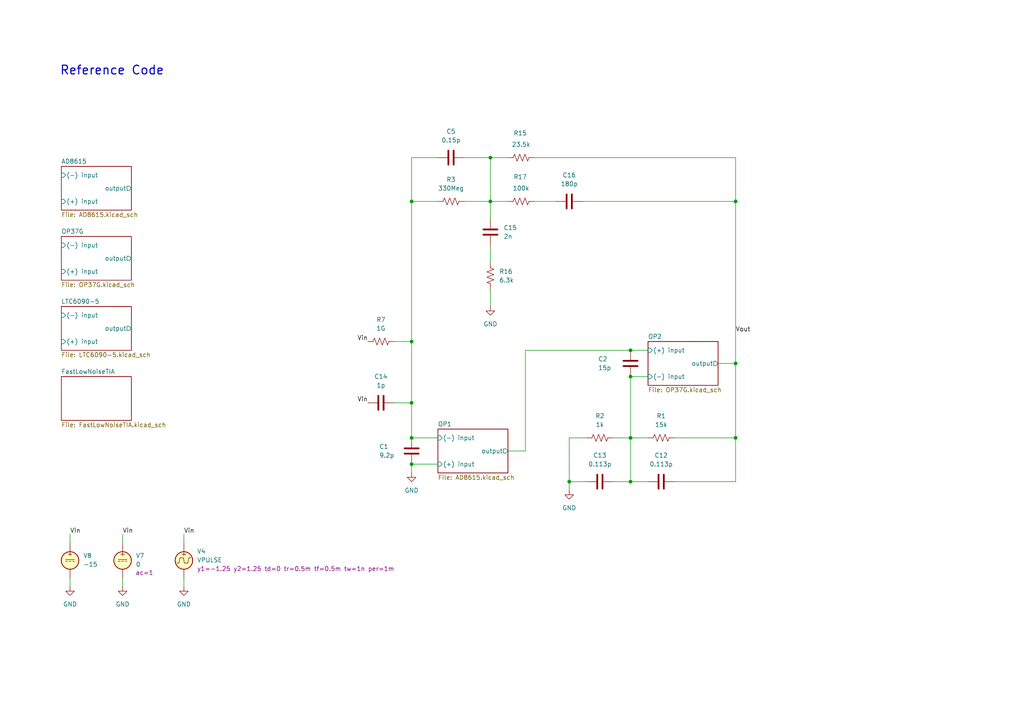
<source format=kicad_sch>
(kicad_sch (version 20250114) (generator "eeschema") (generator_version "9.0")
  (paper "A4")
  (lib_symbols
    (symbol "Device:C" (pin_numbers (hide yes)) (pin_names (offset 0.254))
      (property "Reference" "C" (at 0.635 2.54 0))
      (property "Value" "C" (at 0.635 -2.54 0))
      (symbol "C_0_1"
        (polyline (pts (xy -2.032 0.762) (xy 2.032 0.762)) (stroke (width 0.508)))
        (polyline (pts (xy -2.032 -0.762) (xy 2.032 -0.762)) (stroke (width 0.508)))
      )
      (symbol "C_1_1"
        (pin passive line (at 0 3.81 270) (length 2.794) (name "~") (number "1"))
        (pin passive line (at 0 -3.81 90) (length 2.794) (name "~") (number "2"))
      )
    )
    (symbol "Device:R_US" (pin_numbers (hide yes)) (pin_names (offset 0))
      (property "Reference" "R" (at 2.54 0 90))
      (property "Value" "R_US" (at -2.54 0 90))
      (symbol "R_US_0_1"
        (polyline (pts (xy 0 2.286) (xy 0 2.54)))
        (polyline (pts (xy 0 2.286) (xy 1.016 1.905) (xy 0 1.524) (xy -1.016 1.143) (xy 0 0.762)))
        (polyline (pts (xy 0 0.762) (xy 1.016 0.381) (xy 0 0) (xy -1.016 -0.381) (xy 0 -0.762)))
        (polyline (pts (xy 0 -0.762) (xy 1.016 -1.143) (xy 0 -1.524) (xy -1.016 -1.905) (xy 0 -2.286)))
        (polyline (pts (xy 0 -2.286) (xy 0 -2.54)))
      )
      (symbol "R_US_1_1"
        (pin passive line (at 0 3.81 270) (length 1.27) (name "~") (number "1"))
        (pin passive line (at 0 -3.81 90) (length 1.27) (name "~") (number "2"))
      )
    )
    (symbol "Simulation_SPICE:VDC" (pin_numbers (hide yes)) (pin_names (offset 0.0254))
      (property "Reference" "V" (at 2.54 2.54 0))
      (property "Value" "1" (at 2.54 0 0))
      (symbol "VDC_0_0"
        (polyline (pts (xy -1.27 0.254) (xy 1.27 0.254)))
        (polyline (pts (xy -0.762 -0.254) (xy -1.27 -0.254)))
        (polyline (pts (xy 0.254 -0.254) (xy -0.254 -0.254)))
        (polyline (pts (xy 1.27 -0.254) (xy 0.762 -0.254)))
        (text "+" (at 0 1.905 0) (effects (font (size 1.27 1.27))))
      )
      (symbol "VDC_0_1"
        (circle (center 0 0) (radius 2.54) (stroke (width 0.254)) (fill (type background)))
      )
      (symbol "VDC_1_1"
        (pin passive line (at 0 5.08 270) (length 2.54) (name "~") (number "1"))
        (pin passive line (at 0 -5.08 90) (length 2.54) (name "~") (number "2"))
      )
    )
    (symbol "Simulation_SPICE:VPULSE" (pin_numbers (hide yes)) (pin_names (offset 0.0254))
      (property "Reference" "V" (at 2.54 2.54 0))
      (property "Value" "VPULSE" (at 2.54 0 0))
      (property "Sim.Params" "y1=0 y2=1 td=2n tr=2n tf=2n tw=50n per=100n" (at 2.54 -2.54 0))
      (symbol "VPULSE_0_0"
        (polyline (pts (xy -2.032 -0.762) (xy -1.397 -0.762) (xy -1.143 0.762) (xy -0.127 0.762) (xy 0.127 -0.762) (xy 1.143 -0.762) (xy 1.397 0.762) (xy 2.032 0.762)))
        (text "+" (at 0 1.905 0) (effects (font (size 1.27 1.27))))
      )
      (symbol "VPULSE_0_1"
        (circle (center 0 0) (radius 2.54) (stroke (width 0.254)) (fill (type background)))
      )
      (symbol "VPULSE_1_1"
        (pin passive line (at 0 5.08 270) (length 2.54) (name "~") (number "1"))
        (pin passive line (at 0 -5.08 90) (length 2.54) (name "~") (number "2"))
      )
    )
    (symbol "power:GND" (power) (pin_numbers (hide yes)) (pin_names (offset 0) (hide yes))
      (property "Value" "GND" (at 0 -3.81 0))
      (symbol "GND_0_1"
        (polyline (pts (xy 0 0) (xy 0 -1.27) (xy 1.27 -1.27) (xy 0 -2.54) (xy -1.27 -1.27) (xy 0 -1.27)))
      )
      (symbol "GND_1_1"
        (pin power_in line (at 0 0 270) (length 0) (name "~") (number "1"))
      )
    )
  )
  (text "Reference Code" (at 32.512 19.05 0) (effects (font (size 2.54 2.54) (thickness 0.3175)) (justify top)))
  (junction (at 119.38 58.42))
  (junction (at 182.88 109.22))
  (junction (at 119.38 116.84))
  (junction (at 142.24 58.42))
  (junction (at 165.1 139.7))
  (junction (at 119.38 99.06))
  (junction (at 213.36 58.42))
  (junction (at 213.36 127))
  (junction (at 213.36 105.41))
  (junction (at 142.24 45.72))
  (junction (at 182.88 139.7))
  (junction (at 119.38 127))
  (junction (at 119.38 134.62))
  (junction (at 182.88 101.6))
  (junction (at 182.88 127))
  (wire (pts (xy 142.24 71.12) (xy 142.24 76.2)))
  (wire (pts (xy 213.36 127) (xy 213.36 105.41)))
  (wire (pts (xy 165.1 139.7) (xy 165.1 142.24)))
  (wire (pts (xy 152.4 101.6) (xy 182.88 101.6)))
  (wire (pts (xy 213.36 105.41) (xy 213.36 58.42)))
  (wire (pts (xy 154.94 58.42) (xy 161.29 58.42)))
  (wire (pts (xy 119.38 134.62) (xy 127 134.62)))
  (wire (pts (xy 53.34 154.94) (xy 53.34 157.48)))
  (wire (pts (xy 177.8 127) (xy 182.88 127)))
  (wire (pts (xy 119.38 116.84) (xy 119.38 99.06)))
  (wire (pts (xy 182.88 139.7) (xy 187.96 139.7)))
  (wire (pts (xy 182.88 101.6) (xy 187.96 101.6)))
  (wire (pts (xy 142.24 45.72) (xy 147.32 45.72)))
  (wire (pts (xy 114.3 99.06) (xy 119.38 99.06)))
  (wire (pts (xy 182.88 127) (xy 187.96 127)))
  (wire (pts (xy 119.38 58.42) (xy 119.38 45.72)))
  (wire (pts (xy 182.88 127) (xy 182.88 139.7)))
  (wire (pts (xy 165.1 127) (xy 165.1 139.7)))
  (wire (pts (xy 119.38 127) (xy 119.38 116.84)))
  (wire (pts (xy 20.32 167.64) (xy 20.32 170.18)))
  (wire (pts (xy 154.94 45.72) (xy 213.36 45.72)))
  (wire (pts (xy 187.96 109.22) (xy 182.88 109.22)))
  (wire (pts (xy 119.38 134.62) (xy 119.38 137.16)))
  (wire (pts (xy 165.1 139.7) (xy 170.18 139.7)))
  (wire (pts (xy 182.88 109.22) (xy 182.88 127)))
  (wire (pts (xy 152.4 130.81) (xy 152.4 101.6)))
  (wire (pts (xy 142.24 58.42) (xy 147.32 58.42)))
  (wire (pts (xy 53.34 167.64) (xy 53.34 170.18)))
  (wire (pts (xy 142.24 83.82) (xy 142.24 88.9)))
  (wire (pts (xy 142.24 45.72) (xy 142.24 58.42)))
  (wire (pts (xy 213.36 58.42) (xy 213.36 45.72)))
  (wire (pts (xy 177.8 139.7) (xy 182.88 139.7)))
  (wire (pts (xy 195.58 139.7) (xy 213.36 139.7)))
  (wire (pts (xy 114.3 116.84) (xy 119.38 116.84)))
  (wire (pts (xy 134.62 58.42) (xy 142.24 58.42)))
  (wire (pts (xy 119.38 127) (xy 127 127)))
  (wire (pts (xy 20.32 154.94) (xy 20.32 157.48)))
  (wire (pts (xy 170.18 127) (xy 165.1 127)))
  (wire (pts (xy 142.24 58.42) (xy 142.24 63.5)))
  (wire (pts (xy 119.38 45.72) (xy 127 45.72)))
  (wire (pts (xy 119.38 99.06) (xy 119.38 58.42)))
  (wire (pts (xy 147.32 130.81) (xy 152.4 130.81)))
  (wire (pts (xy 213.36 127) (xy 213.36 139.7)))
  (wire (pts (xy 195.58 127) (xy 213.36 127)))
  (wire (pts (xy 35.56 154.94) (xy 35.56 157.48)))
  (wire (pts (xy 134.62 45.72) (xy 142.24 45.72)))
  (wire (pts (xy 35.56 167.64) (xy 35.56 170.18)))
  (wire (pts (xy 208.28 105.41) (xy 213.36 105.41)))
  (wire (pts (xy 119.38 58.42) (xy 127 58.42)))
  (wire (pts (xy 168.91 58.42) (xy 213.36 58.42)))
  (label "Vin" (at 106.68 99.06 180))
  (label "Vout" (at 213.36 96.52 0))
  (label "Vin" (at 35.56 154.94 0))
  (label "Vin" (at 53.34 154.94 0))
  (label "Vin" (at 20.32 154.94 0))
  (label "Vin" (at 106.68 116.84 180))
  (symbol (lib_id "Device:C") (at 173.99 139.7 90) (unit 1)
    (property "Reference" "C13" (at 173.99 132.08 90))
    (property "Value" "0.113p" (at 173.99 134.62 90))
    (property "Description" "Unpolarized capacitor" (effects (hide yes)))
  )
  (symbol (lib_id "Simulation_SPICE:VDC") (at 20.32 162.56 0) (unit 1) (exclude_from_sim yes)
    (property "Reference" "V8" (at 24.13 161.1601 0) (effects (justify left)))
    (property "Value" "-15" (at 24.13 163.7001 0) (effects (justify left)))
    (property "Datasheet" "https://ngspice.sourceforge.io/docs/ngspice-html-manual/manual.xhtml#sec_Independent_Sources_for" (effects (hide yes)))
    (property "Description" "Voltage source, DC" (effects (hide yes)))
    (property "Sim.Pins" "1=+ 2=-" (effects (hide yes)))
    (property "Sim.Type" "DC" (effects (hide yes)))
    (property "Sim.Device" "V" (effects (hide yes)))
  )
  (symbol (lib_id "Device:R_US") (at 151.13 58.42 90) (unit 1)
    (property "Reference" "R17" (at 150.876 51.308 90))
    (property "Value" "100k" (at 151.13 54.61 90))
    (property "Description" "Resistor, US symbol" (effects (hide yes)))
  )
  (symbol (lib_id "Device:R_US") (at 130.81 58.42 90) (unit 1)
    (property "Reference" "R3" (at 130.81 52.07 90))
    (property "Value" "330Meg" (at 130.81 54.61 90))
    (property "Description" "Resistor, US symbol" (effects (hide yes)))
  )
  (symbol (lib_id "Device:R_US") (at 142.24 80.01 0) (unit 1)
    (property "Reference" "R16" (at 144.78 78.7399 0) (effects (justify left)))
    (property "Value" "6.3k" (at 144.78 81.2799 0) (effects (justify left)))
    (property "Description" "Resistor, US symbol" (effects (hide yes)))
  )
  (symbol (lib_id "Device:R_US") (at 173.99 127 90) (unit 1)
    (property "Reference" "R2" (at 173.99 120.65 90))
    (property "Value" "1k" (at 173.99 123.19 90))
    (property "Description" "Resistor, US symbol" (effects (hide yes)))
  )
  (symbol (lib_id "Device:C") (at 142.24 67.31 0) (unit 1)
    (property "Reference" "C15" (at 146.05 66.0399 0) (effects (justify left)))
    (property "Value" "2n" (at 146.05 68.5799 0) (effects (justify left)))
    (property "Description" "Unpolarized capacitor" (effects (hide yes)))
  )
  (symbol (lib_id "power:GND") (at 20.32 170.18 0) (unit 1) (exclude_from_sim yes)
    (property "Reference" "#PWR0140" (effects (hide yes)))
    (property "Value" "GND" (at 20.32 175.26 0))
    (property "Description" "Power symbol creates a global label with name \"GND\" , ground" (effects (hide yes)))
  )
  (symbol (lib_id "Simulation_SPICE:VDC") (at 35.56 162.56 0) (unit 1)
    (property "Reference" "V7" (at 39.37 161.1601 0) (effects (justify left)))
    (property "Value" "0" (at 39.37 163.7001 0) (effects (justify left)))
    (property "Datasheet" "https://ngspice.sourceforge.io/docs/ngspice-html-manual/manual.xhtml#sec_Independent_Sources_for" (effects (hide yes)))
    (property "Description" "Voltage source, DC" (effects (hide yes)))
    (property "Sim.Pins" "1=+ 2=-" (effects (hide yes)))
    (property "Sim.Type" "DC" (effects (hide yes)))
    (property "Sim.Device" "V" (effects (hide yes)))
    (property "Sim.Params" "ac=1" (at 41.91 166.116 0))
  )
  (symbol (lib_id "Device:R_US") (at 191.77 127 90) (unit 1)
    (property "Reference" "R1" (at 191.77 120.65 90))
    (property "Value" "15k" (at 191.77 123.19 90))
    (property "Description" "Resistor, US symbol" (effects (hide yes)))
  )
  (symbol (lib_id "Device:C") (at 165.1 58.42 90) (unit 1)
    (property "Reference" "C16" (at 165.1 50.8 90))
    (property "Value" "180p" (at 165.1 53.34 90))
    (property "Description" "Unpolarized capacitor" (effects (hide yes)))
  )
  (symbol (lib_id "Device:C") (at 182.88 105.41 0) (unit 1)
    (property "Reference" "C2" (at 173.482 104.14 0) (effects (justify left)))
    (property "Value" "15p" (at 173.482 106.68 0) (effects (justify left)))
    (property "Description" "Unpolarized capacitor" (effects (hide yes)))
  )
  (symbol (lib_id "power:GND") (at 142.24 88.9 0) (unit 1)
    (property "Reference" "#PWR01" (effects (hide yes)))
    (property "Value" "GND" (at 142.24 93.98 0))
    (property "Description" "Power symbol creates a global label with name \"GND\" , ground" (effects (hide yes)))
  )
  (symbol (lib_id "Device:C") (at 119.38 130.81 0) (unit 1)
    (property "Reference" "C1" (at 109.982 129.54 0) (effects (justify left)))
    (property "Value" "9.2p" (at 109.982 132.08 0) (effects (justify left)))
    (property "Description" "Unpolarized capacitor" (effects (hide yes)))
  )
  (symbol (lib_id "power:GND") (at 35.56 170.18 0) (unit 1)
    (property "Reference" "#PWR056" (effects (hide yes)))
    (property "Value" "GND" (at 35.56 175.26 0))
    (property "Description" "Power symbol creates a global label with name \"GND\" , ground" (effects (hide yes)))
  )
  (symbol (lib_id "Simulation_SPICE:VPULSE") (at 53.34 162.56 0) (unit 1) (exclude_from_sim yes)
    (property "Reference" "V4" (at 57.15 159.8901 0) (effects (justify left)))
    (property "Value" "VPULSE" (at 57.15 162.4301 0) (effects (justify left)))
    (property "Datasheet" "https://ngspice.sourceforge.io/docs/ngspice-html-manual/manual.xhtml#sec_Independent_Sources_for" (effects (hide yes)))
    (property "Description" "Voltage source, pulse" (effects (hide yes)))
    (property "Sim.Pins" "1=+ 2=-" (effects (hide yes)))
    (property "Sim.Type" "PULSE" (effects (hide yes)))
    (property "Sim.Device" "V" (effects (hide yes)))
    (property "Sim.Params" "y1=-1.25 y2=1.25 td=0 tr=0.5m tf=0.5m tw=1n per=1m" (at 57.15 164.9701 0) (effects (justify left)))
  )
  (symbol (lib_id "Device:C") (at 110.49 116.84 90) (unit 1) (exclude_from_sim yes)
    (property "Reference" "C14" (at 110.49 109.22 90))
    (property "Value" "1p" (at 110.49 111.76 90))
    (property "Description" "Unpolarized capacitor" (effects (hide yes)))
  )
  (symbol (lib_id "power:GND") (at 165.1 142.24 0) (unit 1)
    (property "Reference" "#PWR03" (effects (hide yes)))
    (property "Value" "GND" (at 165.1 147.32 0))
    (property "Description" "Power symbol creates a global label with name \"GND\" , ground" (effects (hide yes)))
  )
  (symbol (lib_id "power:GND") (at 53.34 170.18 0) (unit 1) (exclude_from_sim yes)
    (property "Reference" "#PWR057" (effects (hide yes)))
    (property "Value" "GND" (at 53.34 175.26 0))
    (property "Description" "Power symbol creates a global label with name \"GND\" , ground" (effects (hide yes)))
  )
  (symbol (lib_id "Device:R_US") (at 151.13 45.72 90) (unit 1)
    (property "Reference" "R15" (at 150.876 38.608 90))
    (property "Value" "23.5k" (at 151.13 41.91 90))
    (property "Description" "Resistor, US symbol" (effects (hide yes)))
  )
  (symbol (lib_id "Device:C") (at 191.77 139.7 90) (unit 1)
    (property "Reference" "C12" (at 191.77 132.08 90))
    (property "Value" "0.113p" (at 191.77 134.62 90))
    (property "Description" "Unpolarized capacitor" (effects (hide yes)))
  )
  (symbol (lib_id "power:GND") (at 119.38 137.16 0) (unit 1)
    (property "Reference" "#PWR02" (effects (hide yes)))
    (property "Value" "GND" (at 119.38 142.24 0))
    (property "Description" "Power symbol creates a global label with name \"GND\" , ground" (effects (hide yes)))
  )
  (symbol (lib_id "Device:R_US") (at 110.49 99.06 90) (unit 1)
    (property "Reference" "R7" (at 110.49 92.71 90))
    (property "Value" "1G" (at 110.49 95.25 90))
    (property "Description" "Resistor, US symbol" (effects (hide yes)))
  )
  (symbol (lib_id "Device:C") (at 130.81 45.72 90) (unit 1)
    (property "Reference" "C5" (at 130.81 38.1 90))
    (property "Value" "0.15p" (at 130.81 40.64 90))
    (property "Description" "Unpolarized capacitor" (effects (hide yes)))
  )
  (sheet (at 17.78 109.22) (size 20.32 12.7) (exclude_from_sim yes) (stroke (width 0.1524))
    (property "Sheetname" "FastLowNoiseTIA" (at 17.78 108.5084 0) (effects (justify left bottom)))
    (property "Sheetfile" "FastLowNoiseTIA.kicad_sch" (at 17.78 122.5046 0) (effects (justify left top)))
  )
  (sheet (at 17.78 48.26) (size 20.32 12.7) (exclude_from_sim yes) (stroke (width 0.1524))
    (property "Sheetname" "AD8615" (at 17.78 47.5484 0) (effects (justify left bottom)))
    (property "Sheetfile" "AD8615.kicad_sch" (at 17.78 61.5446 0) (effects (justify left top)))
    (pin "(+) input" input (at 17.78 58.42 180))
    (pin "(-) input" input (at 17.78 50.8 180))
    (pin "output" output (at 38.1 54.61 0))
  )
  (sheet (at 127 124.46) (size 20.32 12.7) (stroke (width 0.1524))
    (property "Sheetname" "OP1" (at 127 123.7484 0) (effects (justify left bottom)))
    (property "Sheetfile" "AD8615.kicad_sch" (at 127 137.7446 0) (effects (justify left top)))
    (pin "(+) input" input (at 127 134.62 180))
    (pin "(-) input" input (at 127 127 180))
    (pin "output" output (at 147.32 130.81 0))
  )
  (sheet (at 17.78 88.9) (size 20.32 12.7) (exclude_from_sim yes) (stroke (width 0.1524))
    (property "Sheetname" "LTC6090-5" (at 17.78 88.1884 0) (effects (justify left bottom)))
    (property "Sheetfile" "LTC6090-5.kicad_sch" (at 17.78 102.1846 0) (effects (justify left top)))
    (pin "(+) input" input (at 17.78 99.06 180))
    (pin "(-) input" input (at 17.78 91.44 180))
    (pin "output" output (at 38.1 95.25 0))
  )
  (sheet (at 187.96 99.06) (size 20.32 12.7) (stroke (width 0.1524))
    (property "Sheetname" "OP2" (at 187.96 98.3484 0) (effects (justify left bottom)))
    (property "Sheetfile" "OP37G.kicad_sch" (at 187.96 112.3446 0) (effects (justify left top)))
    (pin "(+) input" input (at 187.96 101.6 180))
    (pin "(-) input" input (at 187.96 109.22 180))
    (pin "output" output (at 208.28 105.41 0))
  )
  (sheet (at 17.78 68.58) (size 20.32 12.7) (exclude_from_sim yes) (stroke (width 0.1524))
    (property "Sheetname" "OP37G" (at 17.78 67.8684 0) (effects (justify left bottom)))
    (property "Sheetfile" "OP37G.kicad_sch" (at 17.78 81.8646 0) (effects (justify left top)))
    (pin "(+) input" input (at 17.78 78.74 180))
    (pin "(-) input" input (at 17.78 71.12 180))
    (pin "output" output (at 38.1 74.93 0))
  )
)
</source>
